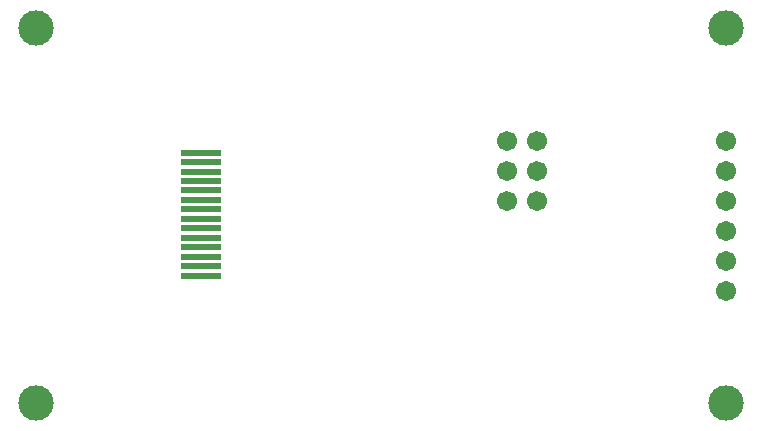
<source format=gbr>
G04 DipTrace 2.3.0.3*
%INTopMask.gbr*%
%MOIN*%
%ADD36C,0.1181*%
%ADD42C,0.067*%
%ADD56R,0.133X0.0237*%
%ADD64C,0.0671*%
%FSLAX44Y44*%
G04*
G70*
G90*
G75*
G01*
%LNTopMask*%
%LPD*%
D64*
X28207Y13940D3*
Y12940D3*
Y11940D3*
Y10940D3*
Y9940D3*
Y8940D3*
D56*
X10707Y9440D3*
Y9755D3*
Y10070D3*
Y10385D3*
Y10700D3*
Y11015D3*
Y11330D3*
Y11645D3*
Y11960D3*
Y12275D3*
Y12590D3*
Y12905D3*
Y13220D3*
Y13534D3*
D42*
X20897Y11940D3*
Y12940D3*
Y13940D3*
X21897D3*
Y12940D3*
Y11940D3*
D36*
X5207Y5190D3*
Y17690D3*
X28207D3*
Y5190D3*
M02*

</source>
